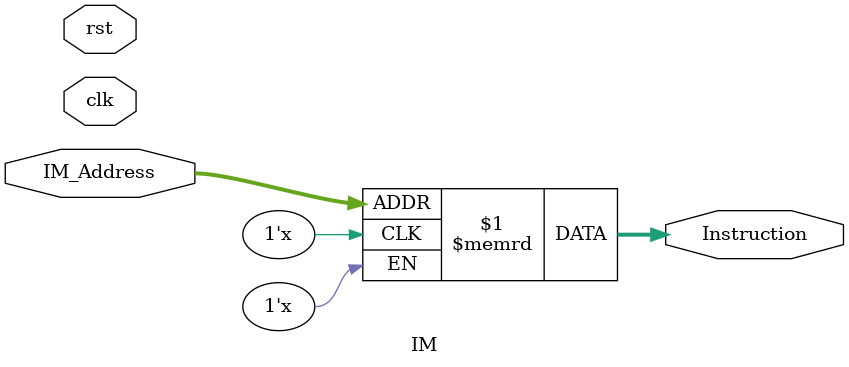
<source format=v>

module IM (	clk,
			rst,
			IM_Address,
			Instruction);

	parameter bit_size = 32;
	parameter mem_size = 16;

	input  clk, rst;
	input  [mem_size-1:0] IM_Address;

	output [bit_size-1:0] Instruction;

	reg [bit_size-1:0] IM_data [0:( 2**mem_size-1 )];

	assign Instruction = IM_data[IM_Address];

endmodule

</source>
